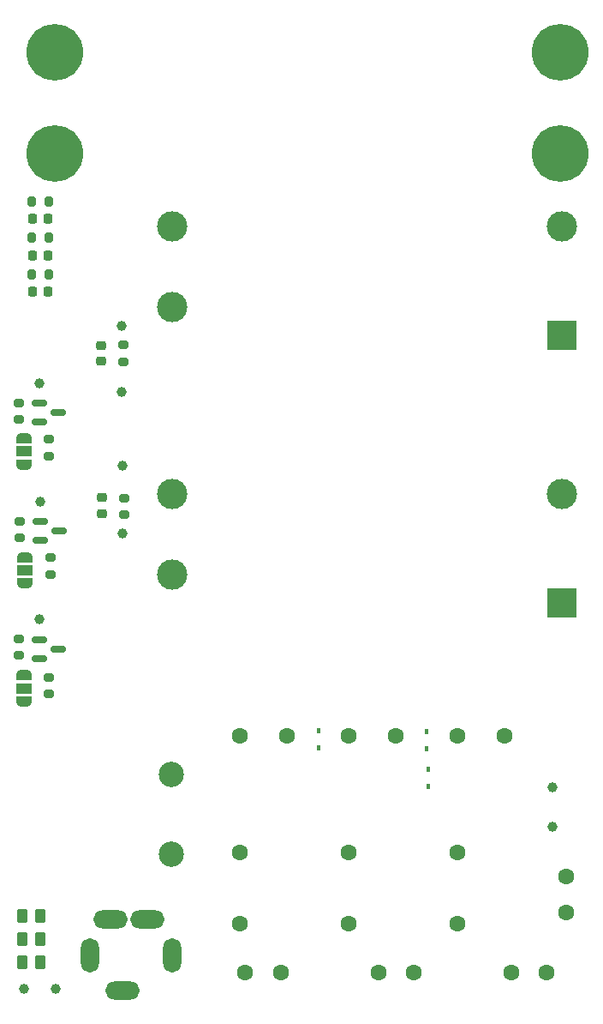
<source format=gts>
G04 #@! TF.GenerationSoftware,KiCad,Pcbnew,(6.0.11-0)*
G04 #@! TF.CreationDate,2025-05-14T22:18:42-06:00*
G04 #@! TF.ProjectId,AnalogPCB,416e616c-6f67-4504-9342-2e6b69636164,rev?*
G04 #@! TF.SameCoordinates,Original*
G04 #@! TF.FileFunction,Soldermask,Top*
G04 #@! TF.FilePolarity,Negative*
%FSLAX46Y46*%
G04 Gerber Fmt 4.6, Leading zero omitted, Abs format (unit mm)*
G04 Created by KiCad (PCBNEW (6.0.11-0)) date 2025-05-14 22:18:42*
%MOMM*%
%LPD*%
G01*
G04 APERTURE LIST*
G04 Aperture macros list*
%AMRoundRect*
0 Rectangle with rounded corners*
0 $1 Rounding radius*
0 $2 $3 $4 $5 $6 $7 $8 $9 X,Y pos of 4 corners*
0 Add a 4 corners polygon primitive as box body*
4,1,4,$2,$3,$4,$5,$6,$7,$8,$9,$2,$3,0*
0 Add four circle primitives for the rounded corners*
1,1,$1+$1,$2,$3*
1,1,$1+$1,$4,$5*
1,1,$1+$1,$6,$7*
1,1,$1+$1,$8,$9*
0 Add four rect primitives between the rounded corners*
20,1,$1+$1,$2,$3,$4,$5,0*
20,1,$1+$1,$4,$5,$6,$7,0*
20,1,$1+$1,$6,$7,$8,$9,0*
20,1,$1+$1,$8,$9,$2,$3,0*%
%AMFreePoly0*
4,1,22,0.550000,-0.750000,0.000000,-0.750000,0.000000,-0.745033,-0.079941,-0.743568,-0.215256,-0.701293,-0.333266,-0.622738,-0.424486,-0.514219,-0.481581,-0.384460,-0.499164,-0.250000,-0.500000,-0.250000,-0.500000,0.250000,-0.499164,0.250000,-0.499963,0.256109,-0.478152,0.396186,-0.417904,0.524511,-0.324060,0.630769,-0.204165,0.706417,-0.067858,0.745374,0.000000,0.744959,0.000000,0.750000,
0.550000,0.750000,0.550000,-0.750000,0.550000,-0.750000,$1*%
%AMFreePoly1*
4,1,20,0.000000,0.744959,0.073905,0.744508,0.209726,0.703889,0.328688,0.626782,0.421226,0.519385,0.479903,0.390333,0.500000,0.250000,0.500000,-0.250000,0.499851,-0.262216,0.476331,-0.402017,0.414519,-0.529596,0.319384,-0.634700,0.198574,-0.708877,0.061801,-0.746166,0.000000,-0.745033,0.000000,-0.750000,-0.550000,-0.750000,-0.550000,0.750000,0.000000,0.750000,0.000000,0.744959,
0.000000,0.744959,$1*%
G04 Aperture macros list end*
%ADD10C,1.600200*%
%ADD11C,1.000000*%
%ADD12R,3.000000X3.000000*%
%ADD13C,3.000000*%
%ADD14R,0.406400X0.609600*%
%ADD15RoundRect,0.218750X0.218750X0.256250X-0.218750X0.256250X-0.218750X-0.256250X0.218750X-0.256250X0*%
%ADD16RoundRect,0.200000X0.200000X0.275000X-0.200000X0.275000X-0.200000X-0.275000X0.200000X-0.275000X0*%
%ADD17RoundRect,0.150000X-0.587500X-0.150000X0.587500X-0.150000X0.587500X0.150000X-0.587500X0.150000X0*%
%ADD18C,5.600000*%
%ADD19RoundRect,0.200000X0.275000X-0.200000X0.275000X0.200000X-0.275000X0.200000X-0.275000X-0.200000X0*%
%ADD20FreePoly0,270.000000*%
%ADD21R,1.500000X1.000000*%
%ADD22FreePoly1,270.000000*%
%ADD23RoundRect,0.218750X-0.256250X0.218750X-0.256250X-0.218750X0.256250X-0.218750X0.256250X0.218750X0*%
%ADD24RoundRect,0.218750X0.256250X-0.218750X0.256250X0.218750X-0.256250X0.218750X-0.256250X-0.218750X0*%
%ADD25RoundRect,0.250000X-0.262500X-0.450000X0.262500X-0.450000X0.262500X0.450000X-0.262500X0.450000X0*%
%ADD26RoundRect,0.250000X0.262500X0.450000X-0.262500X0.450000X-0.262500X-0.450000X0.262500X-0.450000X0*%
%ADD27C,2.500000*%
%ADD28RoundRect,0.200000X-0.275000X0.200000X-0.275000X-0.200000X0.275000X-0.200000X0.275000X0.200000X0*%
%ADD29O,3.404000X1.804000*%
%ADD30O,1.804000X3.404000*%
G04 APERTURE END LIST*
D10*
X105609500Y-136352300D03*
X105609500Y-139857500D03*
X103647700Y-145809500D03*
X100142500Y-145809500D03*
X90497700Y-145800000D03*
X86992500Y-145800000D03*
X77347700Y-145800000D03*
X73842500Y-145800000D03*
D11*
X52000000Y-147400000D03*
D12*
X105157500Y-109300000D03*
D13*
X105157500Y-98550000D03*
X66657500Y-98550000D03*
X66657500Y-106550000D03*
D14*
X91800000Y-123750900D03*
X91800000Y-122049100D03*
D15*
X54387500Y-75000000D03*
X52812500Y-75000000D03*
D16*
X54425000Y-69700000D03*
X52775000Y-69700000D03*
D10*
X94809750Y-122474951D03*
X94809750Y-133974951D03*
X94809750Y-140974950D03*
X99509751Y-122474951D03*
D15*
X54387500Y-78600000D03*
X52812500Y-78600000D03*
D17*
X53610000Y-101250000D03*
X53610000Y-103150000D03*
X55485000Y-102200000D03*
D18*
X55000000Y-65000000D03*
D11*
X53585000Y-99300000D03*
D19*
X54400000Y-118325000D03*
X54400000Y-116675000D03*
D11*
X55100000Y-147400000D03*
D10*
X73309750Y-122474951D03*
X73309750Y-133974951D03*
X73309750Y-140974950D03*
X78009751Y-122474951D03*
D19*
X61900000Y-100625000D03*
X61900000Y-98975000D03*
D20*
X52000000Y-93075000D03*
D21*
X52000000Y-94375000D03*
D22*
X52000000Y-95675000D03*
D23*
X59600000Y-83912500D03*
X59600000Y-85487500D03*
D11*
X61700000Y-95800000D03*
D18*
X55000000Y-55000000D03*
D24*
X59700000Y-100487500D03*
X59700000Y-98912500D03*
D11*
X104200000Y-131400000D03*
D15*
X54387500Y-71400000D03*
X52812500Y-71400000D03*
D18*
X105000000Y-55000000D03*
D10*
X84059750Y-122474951D03*
X84059750Y-133974951D03*
X84059750Y-140974950D03*
X88759751Y-122474951D03*
D19*
X54600000Y-106525000D03*
X54600000Y-104875000D03*
D11*
X61600000Y-82000000D03*
X61700000Y-102500000D03*
D12*
X105157500Y-82900000D03*
D13*
X105157500Y-72150000D03*
X66657500Y-72150000D03*
X66657500Y-80150000D03*
D11*
X104200000Y-127500000D03*
D19*
X51585000Y-102925000D03*
X51585000Y-101275000D03*
D11*
X61600000Y-88500000D03*
D25*
X51775000Y-144800000D03*
X53600000Y-144800000D03*
D11*
X53500000Y-87675000D03*
D16*
X54425000Y-76900000D03*
X52775000Y-76900000D03*
D26*
X53600000Y-140200000D03*
X51775000Y-140200000D03*
D19*
X54400000Y-94825000D03*
X54400000Y-93175000D03*
X51500000Y-114500000D03*
X51500000Y-112850000D03*
D14*
X81100000Y-123650900D03*
X81100000Y-121949100D03*
D20*
X52000000Y-116475000D03*
D21*
X52000000Y-117775000D03*
D22*
X52000000Y-119075000D03*
D20*
X52027500Y-104800000D03*
D21*
X52027500Y-106100000D03*
D22*
X52027500Y-107400000D03*
D17*
X53500000Y-89575000D03*
X53500000Y-91475000D03*
X55375000Y-90525000D03*
X53462500Y-112925000D03*
X53462500Y-114825000D03*
X55337500Y-113875000D03*
D27*
X66575000Y-126250000D03*
X66575000Y-134150000D03*
D11*
X53500000Y-110975000D03*
D25*
X51775000Y-142500000D03*
X53600000Y-142500000D03*
D14*
X91900000Y-125749100D03*
X91900000Y-127450900D03*
D16*
X54425000Y-73300000D03*
X52775000Y-73300000D03*
D18*
X105000000Y-65000000D03*
D28*
X61800000Y-83850000D03*
X61800000Y-85500000D03*
D19*
X51500000Y-91225000D03*
X51500000Y-89575000D03*
D29*
X61700000Y-147587500D03*
D30*
X66600000Y-144087500D03*
X58500000Y-144087500D03*
D29*
X64200000Y-140587500D03*
X60550000Y-140587500D03*
M02*

</source>
